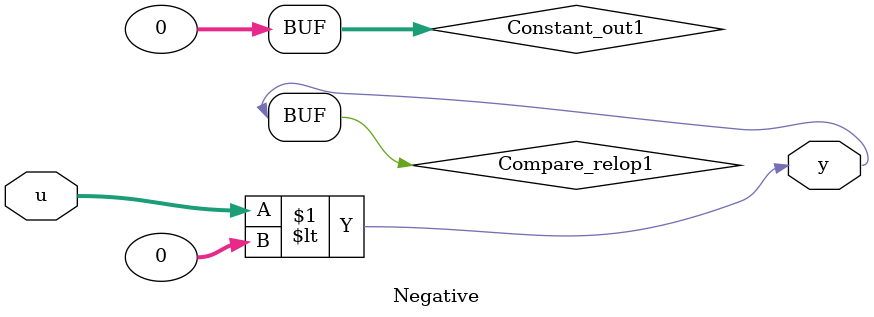
<source format=v>



`timescale 1 ns / 1 ns

module Negative
          (u,
           y);


  input   [31:0] u;  // ufix32_En22
  output  y;


  wire [31:0] Constant_out1;  // ufix32_En22
  wire Compare_relop1;


  assign Constant_out1 = 32'b00000000000000000000000000000000;



  assign Compare_relop1 = u < Constant_out1;



  assign y = Compare_relop1;

endmodule  // Negative


</source>
